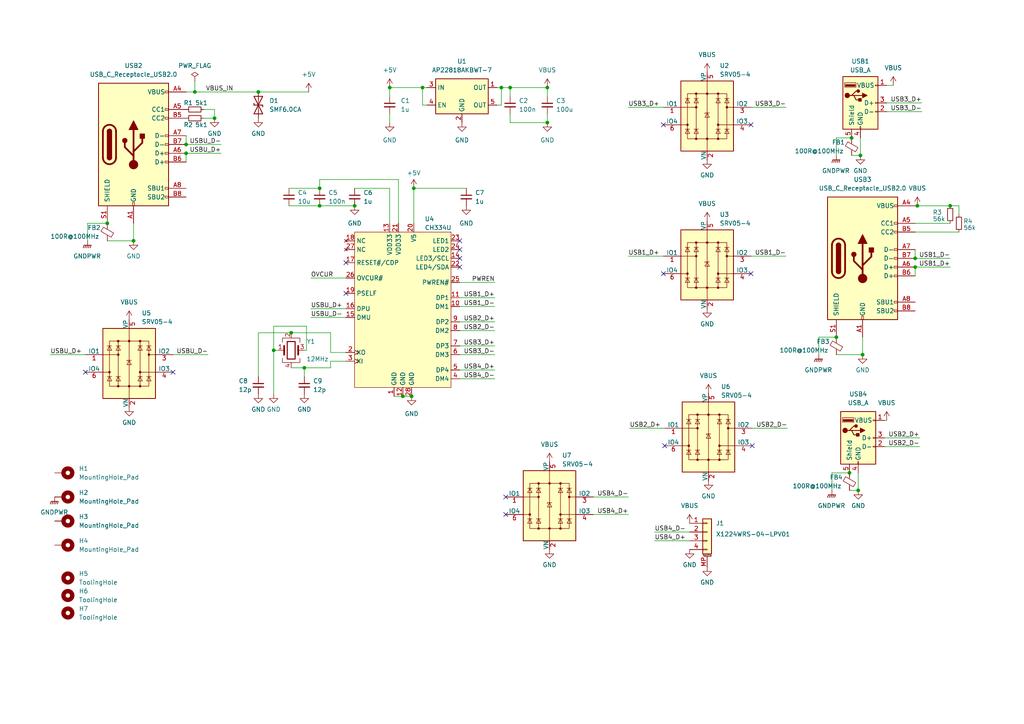
<source format=kicad_sch>
(kicad_sch (version 20230121) (generator eeschema)
  (paper "A4")
  (lib_symbols
    (symbol "Connector:USB_A" (pin_names (offset 1.016))
      (property "Reference" "J" (at -5.08 11.43 0))
      (property "Value" "USB_A" (at -5.08 8.89 0))
      (symbol "USB_A_0_1"
        (rectangle (start -5.08 -7.62) (end 5.08 7.62) (stroke (width 0.254)) (fill (type background)))
        (circle (center -3.81 2.159) (radius 0.635) (stroke (width 0.254)) (fill (type outline)))
        (rectangle (start -1.524 4.826) (end -4.318 5.334) (fill (type outline)))
        (rectangle (start -1.27 4.572) (end -4.572 5.842))
        (circle (center -0.635 3.429) (radius 0.381) (stroke (width 0.254)) (fill (type outline)))
        (rectangle (start -0.127 -7.62) (end 0.127 -6.858))
        (polyline (pts (xy -3.175 2.159) (xy -2.54 2.159) (xy -1.27 3.429) (xy -0.635 3.429)) (stroke (width 0.254)))
        (polyline (pts (xy -2.54 2.159) (xy -1.905 2.159) (xy -1.27 0.889) (xy 0 0.889)) (stroke (width 0.254)))
        (polyline (pts (xy 0.635 2.794) (xy 0.635 1.524) (xy 1.905 2.159) (xy 0.635 2.794)) (stroke (width 0.254)) (fill (type outline)))
        (rectangle (start 0.254 1.27) (end -0.508 0.508) (stroke (width 0.254)) (fill (type outline)))
        (rectangle (start 5.08 -2.667) (end 4.318 -2.413))
        (rectangle (start 5.08 -0.127) (end 4.318 0.127))
        (rectangle (start 5.08 4.953) (end 4.318 5.207))
      )
      (symbol "USB_A_1_1"
        (polyline (pts (xy -1.905 2.159) (xy 0.635 2.159)) (stroke (width 0.254)))
        (pin power_in line (at 7.62 5.08 180) (length 2.54) (name "VBUS") (number "1"))
        (pin bidirectional line (at 7.62 -2.54 180) (length 2.54) (name "D-") (number "2"))
        (pin bidirectional line (at 7.62 0 180) (length 2.54) (name "D+") (number "3"))
        (pin power_in line (at 0 -10.16 90) (length 2.54) (name "GND") (number "4"))
        (pin passive line (at -2.54 -10.16 90) (length 2.54) (name "Shield") (number "5"))
      )
    )
    (symbol "Connector:USB_C_Receptacle_USB2.0" (pin_names (offset 1.016))
      (property "Reference" "USB3" (at 0 22.86 0))
      (property "Value" "USB_C_Receptacle_USB2.0" (at 0 20.32 0))
      (symbol "USB_C_Receptacle_USB2.0_0_0"
        (rectangle (start -0.254 -17.78) (end 0.254 -16.764))
        (rectangle (start 10.16 -14.986) (end 9.144 -15.494))
        (rectangle (start 10.16 -12.446) (end 9.144 -12.954))
        (rectangle (start 10.16 -4.826) (end 9.144 -5.334))
        (rectangle (start 10.16 -2.286) (end 9.144 -2.794))
        (rectangle (start 10.16 0.254) (end 9.144 -0.254))
        (rectangle (start 10.16 2.794) (end 9.144 2.286))
        (rectangle (start 10.16 7.874) (end 9.144 7.366))
        (rectangle (start 10.16 10.414) (end 9.144 9.906))
        (rectangle (start 10.16 15.494) (end 9.144 14.986))
      )
      (symbol "USB_C_Receptacle_USB2.0_0_1"
        (rectangle (start -10.16 17.78) (end 10.16 -17.78) (stroke (width 0.254)) (fill (type background)))
        (arc (start -8.89 -3.81) (mid -6.985 -5.7067) (end -5.08 -3.81) (stroke (width 0.508)))
        (arc (start -7.62 -3.81) (mid -6.985 -4.4423) (end -6.35 -3.81) (stroke (width 0.254)))
        (arc (start -7.62 -3.81) (mid -6.985 -4.4423) (end -6.35 -3.81) (stroke (width 0.254)) (fill (type outline)))
        (rectangle (start -7.62 -3.81) (end -6.35 3.81) (stroke (width 0.254)) (fill (type outline)))
        (arc (start -6.35 3.81) (mid -6.985 4.4423) (end -7.62 3.81) (stroke (width 0.254)))
        (arc (start -6.35 3.81) (mid -6.985 4.4423) (end -7.62 3.81) (stroke (width 0.254)) (fill (type outline)))
        (arc (start -5.08 3.81) (mid -6.985 5.7067) (end -8.89 3.81) (stroke (width 0.508)))
        (circle (center -2.54 1.143) (radius 0.635) (stroke (width 0.254)) (fill (type outline)))
        (circle (center 0 -5.842) (radius 1.27) (fill (type outline)))
        (polyline (pts (xy -8.89 -3.81) (xy -8.89 3.81)) (stroke (width 0.508)))
        (polyline (pts (xy -5.08 3.81) (xy -5.08 -3.81)) (stroke (width 0.508)))
        (polyline (pts (xy 0 -5.842) (xy 0 4.318)) (stroke (width 0.508)))
        (polyline (pts (xy 0 -3.302) (xy -2.54 -0.762) (xy -2.54 0.508)) (stroke (width 0.508)))
        (polyline (pts (xy 0 -2.032) (xy 2.54 0.508) (xy 2.54 1.778)) (stroke (width 0.508)))
        (polyline (pts (xy -1.27 4.318) (xy 0 6.858) (xy 1.27 4.318) (xy -1.27 4.318)) (stroke (width 0.254)) (fill (type outline)))
        (rectangle (start 1.905 1.778) (end 3.175 3.048) (stroke (width 0.254)) (fill (type outline)))
      )
      (symbol "USB_C_Receptacle_USB2.0_1_1"
        (pin passive line (at 0 -22.86 90) (length 5.08) (name "GND") (number "A1"))
        (pin passive line (at 0 -22.86 90) (length 5.08) hide (name "GND") (number "A12"))
        (pin passive line (at 15.24 15.24 180) (length 5.08) (name "VBUS") (number "A4"))
        (pin bidirectional line (at 15.24 10.16 180) (length 5.08) (name "CC1") (number "A5"))
        (pin bidirectional line (at 15.24 -2.54 180) (length 5.08) (name "D+") (number "A6"))
        (pin bidirectional line (at 15.24 2.54 180) (length 5.08) (name "D-") (number "A7"))
        (pin bidirectional line (at 15.24 -12.7 180) (length 5.08) (name "SBU1") (number "A8"))
        (pin passive line (at 15.24 15.24 180) (length 5.08) hide (name "VBUS") (number "A9"))
        (pin passive line (at 0 -22.86 90) (length 5.08) hide (name "GND") (number "B1"))
        (pin passive line (at 0 -22.86 90) (length 5.08) hide (name "GND") (number "B12"))
        (pin passive line (at 15.24 15.24 180) (length 5.08) hide (name "VBUS") (number "B4"))
        (pin bidirectional line (at 15.24 7.62 180) (length 5.08) (name "CC2") (number "B5"))
        (pin bidirectional line (at 15.24 -5.08 180) (length 5.08) (name "D+") (number "B6"))
        (pin bidirectional line (at 15.24 0 180) (length 5.08) (name "D-") (number "B7"))
        (pin bidirectional line (at 15.24 -15.24 180) (length 5.08) (name "SBU2") (number "B8"))
        (pin passive line (at 15.24 15.24 180) (length 5.08) hide (name "VBUS") (number "B9"))
        (pin passive line (at -7.62 -22.86 90) (length 5.08) (name "SHIELD") (number "S1"))
      )
    )
    (symbol "Connector_Generic_MountingPin:Conn_01x04_MountingPin" (pin_names (offset 1.016) hide)
      (property "Reference" "J" (at 0 5.08 0))
      (property "Value" "Conn_01x04_MountingPin" (at 1.27 -7.62 0))
      (symbol "Conn_01x04_MountingPin_1_1"
        (rectangle (start -1.27 -4.953) (end 0 -5.207) (stroke (width 0.1524)))
        (rectangle (start -1.27 -2.413) (end 0 -2.667) (stroke (width 0.1524)))
        (rectangle (start -1.27 0.127) (end 0 -0.127) (stroke (width 0.1524)))
        (rectangle (start -1.27 2.667) (end 0 2.413) (stroke (width 0.1524)))
        (rectangle (start -1.27 3.81) (end 1.27 -6.35) (stroke (width 0.254)) (fill (type background)))
        (polyline (pts (xy -1.016 -7.112) (xy 1.016 -7.112)) (stroke (width 0.1524)))
        (text "Mounting" (at 0 -6.731 0) (effects (font (size 0.381 0.381))))
        (pin passive line (at -5.08 2.54 0) (length 3.81) (name "Pin_1") (number "1"))
        (pin passive line (at -5.08 0 0) (length 3.81) (name "Pin_2") (number "2"))
        (pin passive line (at -5.08 -2.54 0) (length 3.81) (name "Pin_3") (number "3"))
        (pin passive line (at -5.08 -5.08 0) (length 3.81) (name "Pin_4") (number "4"))
        (pin passive line (at 0 -10.16 90) (length 3.048) (name "MountPin") (number "MP"))
      )
    )
    (symbol "Device:C_Small" (pin_numbers hide) (pin_names (offset 0.254) hide)
      (property "Reference" "C" (at 0.254 1.778 0))
      (property "Value" "C_Small" (at 0.254 -2.032 0))
      (symbol "C_Small_0_1"
        (polyline (pts (xy -1.524 -0.508) (xy 1.524 -0.508)) (stroke (width 0.3302)))
        (polyline (pts (xy -1.524 0.508) (xy 1.524 0.508)) (stroke (width 0.3048)))
      )
      (symbol "C_Small_1_1"
        (pin passive line (at 0 2.54 270) (length 2.032) (name "~") (number "1"))
        (pin passive line (at 0 -2.54 90) (length 2.032) (name "~") (number "2"))
      )
    )
    (symbol "Device:Crystal_GND24" (pin_names (offset 1.016) hide)
      (property "Reference" "Y" (at 3.175 5.08 0))
      (property "Value" "Crystal_GND24" (at 3.175 3.175 0))
      (symbol "Crystal_GND24_0_1"
        (rectangle (start -1.143 2.54) (end 1.143 -2.54) (stroke (width 0.3048)))
        (polyline (pts (xy -2.54 0) (xy -2.032 0)))
        (polyline (pts (xy -2.032 -1.27) (xy -2.032 1.27)) (stroke (width 0.508)))
        (polyline (pts (xy 0 -3.81) (xy 0 -3.556)))
        (polyline (pts (xy 0 3.556) (xy 0 3.81)))
        (polyline (pts (xy 2.032 -1.27) (xy 2.032 1.27)) (stroke (width 0.508)))
        (polyline (pts (xy 2.032 0) (xy 2.54 0)))
        (polyline (pts (xy -2.54 -2.286) (xy -2.54 -3.556) (xy 2.54 -3.556) (xy 2.54 -2.286)))
        (polyline (pts (xy -2.54 2.286) (xy -2.54 3.556) (xy 2.54 3.556) (xy 2.54 2.286)))
      )
      (symbol "Crystal_GND24_1_1"
        (pin passive line (at -3.81 0 0) (length 1.27) (name "1") (number "1"))
        (pin passive line (at 0 5.08 270) (length 1.27) (name "2") (number "2"))
        (pin passive line (at 3.81 0 180) (length 1.27) (name "3") (number "3"))
        (pin passive line (at 0 -5.08 90) (length 1.27) (name "4") (number "4"))
      )
    )
    (symbol "Device:D_TVS" (pin_numbers hide) (pin_names (offset 1.016) hide)
      (property "Reference" "D" (at 0 2.54 0))
      (property "Value" "D_TVS" (at 0 -2.54 0))
      (symbol "D_TVS_0_1"
        (polyline (pts (xy 1.27 0) (xy -1.27 0)))
        (polyline (pts (xy 0.508 1.27) (xy 0 1.27) (xy 0 -1.27) (xy -0.508 -1.27)) (stroke (width 0.254)))
        (polyline (pts (xy -2.54 1.27) (xy -2.54 -1.27) (xy 2.54 1.27) (xy 2.54 -1.27) (xy -2.54 1.27)) (stroke (width 0.254)))
      )
      (symbol "D_TVS_1_1"
        (pin passive line (at -3.81 0 0) (length 2.54) (name "A1") (number "1"))
        (pin passive line (at 3.81 0 180) (length 2.54) (name "A2") (number "2"))
      )
    )
    (symbol "Device:FerriteBead_Small" (pin_numbers hide) (pin_names (offset 0))
      (property "Reference" "FB" (at 1.905 1.27 0))
      (property "Value" "FerriteBead_Small" (at 1.905 -1.27 0))
      (symbol "FerriteBead_Small_0_1"
        (polyline (pts (xy 0 -1.27) (xy 0 -0.7874)))
        (polyline (pts (xy 0 0.889) (xy 0 1.2954)))
        (polyline (pts (xy -1.8288 0.2794) (xy -1.1176 1.4986) (xy 1.8288 -0.2032) (xy 1.1176 -1.4224) (xy -1.8288 0.2794)))
      )
      (symbol "FerriteBead_Small_1_1"
        (pin passive line (at 0 2.54 270) (length 1.27) (name "~") (number "1"))
        (pin passive line (at 0 -2.54 90) (length 1.27) (name "~") (number "2"))
      )
    )
    (symbol "Device:R_Small" (pin_numbers hide) (pin_names (offset 0.254) hide)
      (property "Reference" "R" (at 0.762 0.508 0))
      (property "Value" "R_Small" (at 0.762 -1.016 0))
      (symbol "R_Small_0_1"
        (rectangle (start -0.762 1.778) (end 0.762 -1.778) (stroke (width 0.2032)))
      )
      (symbol "R_Small_1_1"
        (pin passive line (at 0 2.54 270) (length 0.762) (name "~") (number "1"))
        (pin passive line (at 0 -2.54 90) (length 0.762) (name "~") (number "2"))
      )
    )
    (symbol "Mechanical:MountingHole" (pin_names (offset 1.016))
      (property "Reference" "H" (at 0 5.08 0))
      (property "Value" "MountingHole" (at 0 3.175 0))
      (symbol "MountingHole_0_1"
        (circle (center 0 0) (radius 1.27) (stroke (width 1.27)))
      )
    )
    (symbol "Mechanical:MountingHole_Pad" (pin_numbers hide) (pin_names (offset 1.016) hide)
      (property "Reference" "H" (at 0 6.35 0))
      (property "Value" "MountingHole_Pad" (at 0 4.445 0))
      (symbol "MountingHole_Pad_0_1"
        (circle (center 0 1.27) (radius 1.27) (stroke (width 1.27)))
      )
      (symbol "MountingHole_Pad_1_1"
        (pin input line (at 0 -2.54 90) (length 2.54) (name "1") (number "1"))
      )
    )
    (symbol "MoonBoard:CH334U"
      (property "Reference" "U" (at 6.985 -21.59 0))
      (property "Value" "CH334U" (at 10.16 -24.13 0))
      (symbol "CH334U_1_1"
        (rectangle (start -13.97 24.765) (end 13.97 -20.32) (fill (type background)))
        (pin passive line (at -2.54 -22.86 90) (length 2.54) (name "GND") (number "1"))
        (pin bidirectional line (at 16.51 3.175 180) (length 2.54) (name "DM1") (number "10"))
        (pin bidirectional line (at 16.51 5.715 180) (length 2.54) (name "DP1") (number "11"))
        (pin passive line (at 0 -22.86 90) (length 2.54) (name "GND") (number "12"))
        (pin power_in line (at -3.81 27.305 270) (length 2.54) (name "VDD33") (number "13"))
        (pin bidirectional line (at 16.51 17.145 180) (length 2.54) (name "LED3/SCL") (number "14"))
        (pin bidirectional line (at -16.51 0 0) (length 2.54) (name "DMU") (number "15"))
        (pin bidirectional line (at -16.51 2.54 0) (length 2.54) (name "DPU") (number "16"))
        (pin input line (at -16.51 15.875 0) (length 2.54) (name "RESET#/CDP") (number "17"))
        (pin no_connect line (at -16.51 22.225 0) (length 2.54) (name "NC") (number "18"))
        (pin input line (at -16.51 6.985 0) (length 2.54) (name "PSELF") (number "19"))
        (pin output clock (at -16.51 -10.16 0) (length 2.54) (name "XO") (number "2"))
        (pin power_in line (at 3.175 27.305 270) (length 2.54) (name "V5") (number "20"))
        (pin power_in line (at -1.27 27.305 270) (length 2.54) (name "VDD33") (number "21"))
        (pin bidirectional line (at 16.51 14.605 180) (length 2.54) (name "LED4/SDA") (number "22"))
        (pin bidirectional line (at 16.51 22.225 180) (length 2.54) (name "LED1") (number "23"))
        (pin bidirectional line (at 16.51 19.685 180) (length 2.54) (name "LED2") (number "24"))
        (pin output line (at 16.51 10.16 180) (length 2.54) (name "PWREN#") (number "25"))
        (pin input line (at -16.51 11.43 0) (length 2.54) (name "OVCUR#") (number "26"))
        (pin no_connect line (at -16.51 19.685 0) (length 2.54) (name "NC") (number "27"))
        (pin passive line (at 2.54 -22.86 90) (length 2.54) (name "GND") (number "28"))
        (pin input clock (at -16.51 -12.7 0) (length 2.54) (name "XI") (number "3"))
        (pin bidirectional line (at 16.51 -17.78 180) (length 2.54) (name "DM4") (number "4"))
        (pin bidirectional line (at 16.51 -15.24 180) (length 2.54) (name "DP4") (number "5"))
        (pin bidirectional line (at 16.51 -10.795 180) (length 2.54) (name "DM3") (number "6"))
        (pin bidirectional line (at 16.51 -8.255 180) (length 2.54) (name "DP3") (number "7"))
        (pin bidirectional line (at 16.51 -3.81 180) (length 2.54) (name "DM2") (number "8"))
        (pin bidirectional line (at 16.51 -1.27 180) (length 2.54) (name "DP2") (number "9"))
      )
    )
    (symbol "PCM_marbastlib-various:SRV05-4" (pin_names (offset 0))
      (property "Reference" "U" (at -5.08 11.43 0))
      (property "Value" "SRV05-4" (at 2.54 11.43 0))
      (symbol "SRV05-4_0_0"
        (rectangle (start -5.715 6.477) (end 5.715 -6.604))
        (polyline (pts (xy -3.175 -6.604) (xy -3.175 6.477)))
        (polyline (pts (xy 3.175 6.477) (xy 3.175 -6.604)))
      )
      (symbol "SRV05-4_0_1"
        (rectangle (start -7.62 10.16) (end 7.62 -10.16) (stroke (width 0.254)) (fill (type background)))
        (circle (center -5.715 -2.54) (radius 0.2794) (fill (type outline)))
        (circle (center -3.175 -6.604) (radius 0.2794) (fill (type outline)))
        (circle (center -3.175 2.54) (radius 0.2794) (fill (type outline)))
        (circle (center -3.175 6.477) (radius 0.2794) (fill (type outline)))
        (circle (center 0 -6.604) (radius 0.2794) (fill (type outline)))
        (polyline (pts (xy -7.747 2.54) (xy -3.175 2.54)))
        (polyline (pts (xy -7.62 -2.54) (xy -5.715 -2.54)))
        (polyline (pts (xy -5.08 -3.81) (xy -6.35 -3.81)))
        (polyline (pts (xy -5.08 5.08) (xy -6.35 5.08)))
        (polyline (pts (xy -2.54 -3.81) (xy -3.81 -3.81)))
        (polyline (pts (xy -2.54 5.08) (xy -3.81 5.08)))
        (polyline (pts (xy 0 10.16) (xy 0 -10.16)))
        (polyline (pts (xy 3.81 -3.81) (xy 2.54 -3.81)))
        (polyline (pts (xy 3.81 5.08) (xy 2.54 5.08)))
        (polyline (pts (xy 6.35 -3.81) (xy 5.08 -3.81)))
        (polyline (pts (xy 6.35 5.08) (xy 5.08 5.08)))
        (polyline (pts (xy 7.62 -2.54) (xy 3.175 -2.54)))
        (polyline (pts (xy 7.62 2.54) (xy 5.715 2.54)))
        (polyline (pts (xy 0.635 0.889) (xy -0.635 0.889) (xy -0.635 0.635)))
        (polyline (pts (xy -5.08 -5.08) (xy -6.35 -5.08) (xy -5.715 -3.81) (xy -5.08 -5.08)))
        (polyline (pts (xy -5.08 3.81) (xy -6.35 3.81) (xy -5.715 5.08) (xy -5.08 3.81)))
        (polyline (pts (xy -2.54 -5.08) (xy -3.81 -5.08) (xy -3.175 -3.81) (xy -2.54 -5.08)))
        (polyline (pts (xy -2.54 3.81) (xy -3.81 3.81) (xy -3.175 5.08) (xy -2.54 3.81)))
        (polyline (pts (xy 0.635 -0.381) (xy -0.635 -0.381) (xy 0 0.889) (xy 0.635 -0.381)))
        (polyline (pts (xy 3.81 -5.08) (xy 2.54 -5.08) (xy 3.175 -3.81) (xy 3.81 -5.08)))
        (polyline (pts (xy 3.81 3.81) (xy 2.54 3.81) (xy 3.175 5.08) (xy 3.81 3.81)))
        (polyline (pts (xy 6.35 -5.08) (xy 5.08 -5.08) (xy 5.715 -3.81) (xy 6.35 -5.08)))
        (polyline (pts (xy 6.35 3.81) (xy 5.08 3.81) (xy 5.715 5.08) (xy 6.35 3.81)))
        (circle (center 0 6.477) (radius 0.2794) (fill (type outline)))
        (circle (center 3.175 -6.604) (radius 0.2794) (fill (type outline)))
        (circle (center 3.175 -2.54) (radius 0.2794) (fill (type outline)))
        (circle (center 3.175 6.477) (radius 0.2794) (fill (type outline)))
        (circle (center 5.715 2.54) (radius 0.2794) (fill (type outline)))
      )
      (symbol "SRV05-4_1_1"
        (pin passive line (at -12.7 2.54 0) (length 5.08) (name "IO1") (number "1"))
        (pin passive line (at 0 -12.7 90) (length 2.54) (name "VN") (number "2"))
        (pin passive line (at 12.7 2.54 180) (length 5.08) (name "IO2") (number "3"))
        (pin passive line (at 12.7 -2.54 180) (length 5.08) (name "IO3") (number "4"))
        (pin passive line (at 0 12.7 270) (length 2.54) (name "VP") (number "5"))
        (pin passive line (at -12.7 -2.54 0) (length 5.08) (name "IO4") (number "6"))
      )
    )
    (symbol "Power_Management:AP22814AW5"
      (property "Reference" "U11" (at 0 10.16 0))
      (property "Value" "AP22818AKBWT-7" (at 0 7.62 0))
      (symbol "AP22814AW5_0_1"
        (rectangle (start -7.62 5.08) (end 7.62 -5.08) (stroke (width 0.254)) (fill (type background)))
      )
      (symbol "AP22814AW5_1_1"
        (pin power_out line (at 10.16 2.54 180) (length 2.54) (name "OUT") (number "1"))
        (pin power_in line (at 0 -7.62 90) (length 2.54) (name "GND") (number "2"))
        (pin power_in line (at -10.16 2.54 0) (length 2.54) (name "IN") (number "3"))
        (pin input line (at -10.16 -2.54 0) (length 2.54) (name "EN") (number "4"))
        (pin power_out line (at 10.16 -2.54 180) (length 2.54) (name "OUT") (number "5"))
      )
    )
    (symbol "USB_C_Receptacle_USB2.0_1" (pin_names (offset 1.016))
      (property "Reference" "USB1" (at 0 22.86 0))
      (property "Value" "USB_C_Receptacle_USB2.0" (at 0 20.32 0))
      (symbol "USB_C_Receptacle_USB2.0_1_0_0"
        (rectangle (start -0.254 -17.78) (end 0.254 -16.764))
        (rectangle (start 10.16 -14.986) (end 9.144 -15.494))
        (rectangle (start 10.16 -12.446) (end 9.144 -12.954))
        (rectangle (start 10.16 -4.826) (end 9.144 -5.334))
        (rectangle (start 10.16 -2.286) (end 9.144 -2.794))
        (rectangle (start 10.16 0.254) (end 9.144 -0.254))
        (rectangle (start 10.16 2.794) (end 9.144 2.286))
        (rectangle (start 10.16 7.874) (end 9.144 7.366))
        (rectangle (start 10.16 10.414) (end 9.144 9.906))
        (rectangle (start 10.16 15.494) (end 9.144 14.986))
      )
      (symbol "USB_C_Receptacle_USB2.0_1_0_1"
        (rectangle (start -10.16 17.78) (end 10.16 -17.78) (stroke (width 0.254)) (fill (type background)))
        (arc (start -8.89 -3.81) (mid -6.985 -5.7067) (end -5.08 -3.81) (stroke (width 0.508)))
        (arc (start -7.62 -3.81) (mid -6.985 -4.4423) (end -6.35 -3.81) (stroke (width 0.254)))
        (arc (start -7.62 -3.81) (mid -6.985 -4.4423) (end -6.35 -3.81) (stroke (width 0.254)) (fill (type outline)))
        (rectangle (start -7.62 -3.81) (end -6.35 3.81) (stroke (width 0.254)) (fill (type outline)))
        (arc (start -6.35 3.81) (mid -6.985 4.4423) (end -7.62 3.81) (stroke (width 0.254)))
        (arc (start -6.35 3.81) (mid -6.985 4.4423) (end -7.62 3.81) (stroke (width 0.254)) (fill (type outline)))
        (arc (start -5.08 3.81) (mid -6.985 5.7067) (end -8.89 3.81) (stroke (width 0.508)))
        (circle (center -2.54 1.143) (radius 0.635) (stroke (width 0.254)) (fill (type outline)))
        (circle (center 0 -5.842) (radius 1.27) (fill (type outline)))
        (polyline (pts (xy -8.89 -3.81) (xy -8.89 3.81)) (stroke (width 0.508)))
        (polyline (pts (xy -5.08 3.81) (xy -5.08 -3.81)) (stroke (width 0.508)))
        (polyline (pts (xy 0 -5.842) (xy 0 4.318)) (stroke (width 0.508)))
        (polyline (pts (xy 0 -3.302) (xy -2.54 -0.762) (xy -2.54 0.508)) (stroke (width 0.508)))
        (polyline (pts (xy 0 -2.032) (xy 2.54 0.508) (xy 2.54 1.778)) (stroke (width 0.508)))
        (polyline (pts (xy -1.27 4.318) (xy 0 6.858) (xy 1.27 4.318) (xy -1.27 4.318)) (stroke (width 0.254)) (fill (type outline)))
        (rectangle (start 1.905 1.778) (end 3.175 3.048) (stroke (width 0.254)) (fill (type outline)))
      )
      (symbol "USB_C_Receptacle_USB2.0_1_1_1"
        (pin passive line (at 0 -22.86 90) (length 5.08) (name "GND") (number "A1"))
        (pin passive line (at 0 -22.86 90) (length 5.08) hide (name "GND") (number "A12"))
        (pin passive line (at 15.24 15.24 180) (length 5.08) (name "VBUS") (number "A4"))
        (pin bidirectional line (at 15.24 10.16 180) (length 5.08) (name "CC1") (number "A5"))
        (pin bidirectional line (at 15.24 -2.54 180) (length 5.08) (name "D+") (number "A6"))
        (pin bidirectional line (at 15.24 2.54 180) (length 5.08) (name "D-") (number "A7"))
        (pin bidirectional line (at 15.24 -12.7 180) (length 5.08) (name "SBU1") (number "A8"))
        (pin passive line (at 15.24 15.24 180) (length 5.08) hide (name "VBUS") (number "A9"))
        (pin passive line (at 0 -22.86 90) (length 5.08) hide (name "GND") (number "B1"))
        (pin passive line (at 0 -22.86 90) (length 5.08) hide (name "GND") (number "B12"))
        (pin passive line (at 15.24 15.24 180) (length 5.08) hide (name "VBUS") (number "B4"))
        (pin bidirectional line (at 15.24 7.62 180) (length 5.08) (name "CC2") (number "B5"))
        (pin bidirectional line (at 15.24 -5.08 180) (length 5.08) (name "D+") (number "B6"))
        (pin bidirectional line (at 15.24 0 180) (length 5.08) (name "D-") (number "B7"))
        (pin bidirectional line (at 15.24 -15.24 180) (length 5.08) (name "SBU2") (number "B8"))
        (pin passive line (at 15.24 15.24 180) (length 5.08) hide (name "VBUS") (number "B9"))
        (pin passive line (at -7.62 -22.86 90) (length 5.08) (name "SHIELD") (number "S1"))
      )
    )
    (symbol "power:+5V" (power) (pin_names (offset 0))
      (property "Value" "+5V" (at 0 3.556 0))
      (symbol "+5V_0_1"
        (polyline (pts (xy -0.762 1.27) (xy 0 2.54)))
        (polyline (pts (xy 0 0) (xy 0 2.54)))
        (polyline (pts (xy 0 2.54) (xy 0.762 1.27)))
      )
      (symbol "+5V_1_1"
        (pin power_in line (at 0 0 90) (length 0) hide (name "+5V") (number "1"))
      )
    )
    (symbol "power:GND" (power) (pin_names (offset 0))
      (property "Value" "GND" (at 0 -3.81 0))
      (symbol "GND_0_1"
        (polyline (pts (xy 0 0) (xy 0 -1.27) (xy 1.27 -1.27) (xy 0 -2.54) (xy -1.27 -1.27) (xy 0 -1.27)))
      )
      (symbol "GND_1_1"
        (pin power_in line (at 0 0 270) (length 0) hide (name "GND") (number "1"))
      )
    )
    (symbol "power:GNDPWR" (power) (pin_names (offset 0))
      (property "Value" "GNDPWR" (at 0 -3.302 0))
      (symbol "GNDPWR_0_1"
        (polyline (pts (xy 0 -1.27) (xy 0 0)))
        (polyline (pts (xy -1.016 -1.27) (xy -1.27 -2.032) (xy -1.27 -2.032)) (stroke (width 0.2032)))
        (polyline (pts (xy -0.508 -1.27) (xy -0.762 -2.032) (xy -0.762 -2.032)) (stroke (width 0.2032)))
        (polyline (pts (xy 0 -1.27) (xy -0.254 -2.032) (xy -0.254 -2.032)) (stroke (width 0.2032)))
        (polyline (pts (xy 0.508 -1.27) (xy 0.254 -2.032) (xy 0.254 -2.032)) (stroke (width 0.2032)))
        (polyline (pts (xy 1.016 -1.27) (xy -1.016 -1.27) (xy -1.016 -1.27)) (stroke (width 0.2032)))
        (polyline (pts (xy 1.016 -1.27) (xy 0.762 -2.032) (xy 0.762 -2.032) (xy 0.762 -2.032)) (stroke (width 0.2032)))
      )
      (symbol "GNDPWR_1_1"
        (pin power_in line (at 0 0 270) (length 0) hide (name "GNDPWR") (number "1"))
      )
    )
    (symbol "power:PWR_FLAG" (power) (pin_numbers hide) (pin_names (offset 0) hide)
      (property "Value" "PWR_FLAG" (at 0 3.81 0))
      (symbol "PWR_FLAG_0_0"
        (pin power_out line (at 0 0 90) (length 0) (name "pwr") (number "1"))
      )
      (symbol "PWR_FLAG_0_1"
        (polyline (pts (xy 0 0) (xy 0 1.27) (xy -1.016 1.905) (xy 0 2.54) (xy 1.016 1.905) (xy 0 1.27)))
      )
    )
    (symbol "power:VBUS" (power) (pin_names (offset 0))
      (property "Value" "VBUS" (at 0 3.81 0))
      (symbol "VBUS_0_1"
        (polyline (pts (xy -0.762 1.27) (xy 0 2.54)))
        (polyline (pts (xy 0 0) (xy 0 2.54)))
        (polyline (pts (xy 0 2.54) (xy 0.762 1.27)))
      )
      (symbol "VBUS_1_1"
        (pin power_in line (at 0 0 90) (length 0) hide (name "VBUS") (number "1"))
      )
    )
  )
  (junction (at 53.975 41.91))
  (junction (at 265.43 74.93))
  (junction (at 246.38 137.16))
  (junction (at 242.57 97.79))
  (junction (at 79.375 101.6))
  (junction (at 92.71 54.61))
  (junction (at 92.71 59.69))
  (junction (at 38.735 69.85))
  (junction (at 84.455 96.52))
  (junction (at 56.515 26.67))
  (junction (at 266.065 59.69))
  (junction (at 265.43 77.47))
  (junction (at 74.93 26.67))
  (junction (at 248.92 142.24))
  (junction (at 120.015 54.61))
  (junction (at 31.115 64.77))
  (junction (at 122.555 25.4))
  (junction (at 145.415 25.4))
  (junction (at 116.84 114.935))
  (junction (at 119.38 114.935))
  (junction (at 247.015 40.005))
  (junction (at 249.555 45.085))
  (junction (at 275.59 59.69))
  (junction (at 250.19 102.87))
  (junction (at 113.03 25.4))
  (junction (at 62.23 34.29))
  (junction (at 102.87 59.69))
  (junction (at 158.75 35.56))
  (junction (at 158.75 25.4))
  (junction (at 147.955 25.4))
  (junction (at 53.975 44.45))
  (junction (at 88.265 106.68))
  (no_connect (at 192.405 36.195))
  (no_connect (at 133.35 72.39))
  (no_connect (at 133.35 77.47))
  (no_connect (at 50.165 107.95))
  (no_connect (at 100.33 76.2))
  (no_connect (at 217.805 79.375))
  (no_connect (at 192.786 129.286))
  (no_connect (at 133.35 69.85))
  (no_connect (at 24.765 107.95))
  (no_connect (at 192.405 79.375))
  (no_connect (at 146.685 144.145))
  (no_connect (at 100.33 85.09))
  (no_connect (at 217.805 36.195))
  (no_connect (at 218.186 129.286))
  (no_connect (at 146.685 149.225))
  (no_connect (at 133.35 74.93))
  (wire (pts (xy 275.59 77.47) (xy 265.43 77.47)))
  (wire (pts (xy 147.955 27.94) (xy 147.955 25.4)))
  (wire (pts (xy 182.245 149.225) (xy 172.085 149.225)))
  (wire (pts (xy 116.84 114.935) (xy 119.38 114.935)))
  (wire (pts (xy 100.33 104.775) (xy 95.885 104.775)))
  (wire (pts (xy 64.135 41.91) (xy 53.975 41.91)))
  (wire (pts (xy 74.93 96.52) (xy 74.93 109.22)))
  (wire (pts (xy 145.415 25.4) (xy 144.145 25.4)))
  (wire (pts (xy 120.015 54.61) (xy 135.255 54.61)))
  (wire (pts (xy 113.03 25.4) (xy 122.555 25.4)))
  (wire (pts (xy 143.51 107.315) (xy 133.35 107.315)))
  (wire (pts (xy 92.71 52.07) (xy 92.71 54.61)))
  (wire (pts (xy 60.325 102.87) (xy 50.165 102.87)))
  (wire (pts (xy 145.415 30.48) (xy 144.145 30.48)))
  (wire (pts (xy 182.626 124.206) (xy 192.786 124.206)))
  (wire (pts (xy 74.93 26.67) (xy 89.535 26.67)))
  (wire (pts (xy 114.3 114.935) (xy 116.84 114.935)))
  (wire (pts (xy 56.515 26.67) (xy 74.93 26.67)))
  (wire (pts (xy 147.955 33.02) (xy 147.955 35.56)))
  (wire (pts (xy 250.19 102.87) (xy 250.19 97.79)))
  (wire (pts (xy 247.015 45.085) (xy 249.555 45.085)))
  (wire (pts (xy 189.865 154.305) (xy 200.025 154.305)))
  (wire (pts (xy 56.515 23.495) (xy 56.515 26.67)))
  (wire (pts (xy 158.75 33.02) (xy 158.75 35.56)))
  (wire (pts (xy 84.455 96.52) (xy 95.885 96.52)))
  (wire (pts (xy 257.175 121.92) (xy 256.54 121.92)))
  (wire (pts (xy 259.08 24.765) (xy 257.175 24.765)))
  (wire (pts (xy 265.43 77.47) (xy 265.43 80.01)))
  (wire (pts (xy 237.49 102.87) (xy 237.49 97.79)))
  (wire (pts (xy 122.555 30.48) (xy 123.825 30.48)))
  (wire (pts (xy 147.955 35.56) (xy 158.75 35.56)))
  (wire (pts (xy 182.245 31.115) (xy 192.405 31.115)))
  (wire (pts (xy 83.82 59.69) (xy 92.71 59.69)))
  (wire (pts (xy 143.51 81.915) (xy 133.35 81.915)))
  (wire (pts (xy 59.055 31.75) (xy 62.23 31.75)))
  (wire (pts (xy 95.885 104.775) (xy 95.885 106.68)))
  (wire (pts (xy 143.51 100.33) (xy 133.35 100.33)))
  (wire (pts (xy 115.57 64.77) (xy 115.57 52.07)))
  (wire (pts (xy 53.975 26.67) (xy 56.515 26.67)))
  (wire (pts (xy 88.9 101.6) (xy 88.265 101.6)))
  (wire (pts (xy 182.245 144.145) (xy 172.085 144.145)))
  (wire (pts (xy 266.7 127) (xy 256.54 127)))
  (wire (pts (xy 227.965 31.115) (xy 217.805 31.115)))
  (wire (pts (xy 228.346 124.206) (xy 218.186 124.206)))
  (wire (pts (xy 267.335 32.385) (xy 257.175 32.385)))
  (wire (pts (xy 249.555 45.085) (xy 249.555 40.005)))
  (wire (pts (xy 90.17 89.535) (xy 100.33 89.535)))
  (wire (pts (xy 265.43 72.39) (xy 265.43 74.93)))
  (wire (pts (xy 115.57 52.07) (xy 92.71 52.07)))
  (wire (pts (xy 241.3 137.16) (xy 246.38 137.16)))
  (wire (pts (xy 79.375 101.6) (xy 79.375 114.3)))
  (wire (pts (xy 102.87 54.61) (xy 113.03 54.61)))
  (wire (pts (xy 90.17 92.075) (xy 100.33 92.075)))
  (wire (pts (xy 227.965 74.295) (xy 217.805 74.295)))
  (wire (pts (xy 278.13 59.69) (xy 278.13 62.23)))
  (wire (pts (xy 145.415 25.4) (xy 147.955 25.4)))
  (wire (pts (xy 265.43 67.31) (xy 278.13 67.31)))
  (wire (pts (xy 182.245 74.295) (xy 192.405 74.295)))
  (wire (pts (xy 25.4 69.85) (xy 25.4 64.77)))
  (wire (pts (xy 79.375 94.615) (xy 88.9 94.615)))
  (wire (pts (xy 88.265 106.68) (xy 88.265 109.22)))
  (wire (pts (xy 265.43 64.77) (xy 275.59 64.77)))
  (wire (pts (xy 92.71 59.69) (xy 102.87 59.69)))
  (wire (pts (xy 62.23 31.75) (xy 62.23 34.29)))
  (wire (pts (xy 14.605 102.87) (xy 24.765 102.87)))
  (wire (pts (xy 88.265 106.68) (xy 84.455 106.68)))
  (wire (pts (xy 248.92 142.24) (xy 248.92 137.16)))
  (wire (pts (xy 79.375 101.6) (xy 80.645 101.6)))
  (wire (pts (xy 147.955 25.4) (xy 158.75 25.4)))
  (wire (pts (xy 64.135 44.45) (xy 53.975 44.45)))
  (wire (pts (xy 246.38 142.24) (xy 248.92 142.24)))
  (wire (pts (xy 143.51 95.885) (xy 133.35 95.885)))
  (wire (pts (xy 143.51 109.855) (xy 133.35 109.855)))
  (wire (pts (xy 267.335 29.845) (xy 257.175 29.845)))
  (wire (pts (xy 122.555 25.4) (xy 122.555 30.48)))
  (wire (pts (xy 266.7 129.54) (xy 256.54 129.54)))
  (wire (pts (xy 95.885 102.235) (xy 95.885 96.52)))
  (wire (pts (xy 53.975 39.37) (xy 53.975 41.91)))
  (wire (pts (xy 266.065 59.69) (xy 265.43 59.69)))
  (wire (pts (xy 242.57 102.87) (xy 250.19 102.87)))
  (wire (pts (xy 122.555 25.4) (xy 123.825 25.4)))
  (wire (pts (xy 83.82 54.61) (xy 92.71 54.61)))
  (wire (pts (xy 120.015 54.61) (xy 120.015 64.77)))
  (wire (pts (xy 242.57 45.085) (xy 242.57 40.005)))
  (wire (pts (xy 237.49 97.79) (xy 242.57 97.79)))
  (wire (pts (xy 143.51 88.9) (xy 133.35 88.9)))
  (wire (pts (xy 242.57 40.005) (xy 247.015 40.005)))
  (wire (pts (xy 53.975 44.45) (xy 53.975 46.99)))
  (wire (pts (xy 113.03 64.77) (xy 113.03 54.61)))
  (wire (pts (xy 241.3 142.24) (xy 241.3 137.16)))
  (wire (pts (xy 158.75 27.94) (xy 158.75 25.4)))
  (wire (pts (xy 189.865 156.845) (xy 200.025 156.845)))
  (wire (pts (xy 266.065 59.69) (xy 275.59 59.69)))
  (wire (pts (xy 79.375 94.615) (xy 79.375 101.6)))
  (wire (pts (xy 25.4 64.77) (xy 31.115 64.77)))
  (wire (pts (xy 143.51 93.345) (xy 133.35 93.345)))
  (wire (pts (xy 95.885 106.68) (xy 88.265 106.68)))
  (wire (pts (xy 90.17 80.645) (xy 100.33 80.645)))
  (wire (pts (xy 113.03 35.56) (xy 113.03 33.02)))
  (wire (pts (xy 74.93 96.52) (xy 84.455 96.52)))
  (wire (pts (xy 100.33 102.235) (xy 95.885 102.235)))
  (wire (pts (xy 145.415 25.4) (xy 145.415 30.48)))
  (wire (pts (xy 275.59 74.93) (xy 265.43 74.93)))
  (wire (pts (xy 113.03 27.94) (xy 113.03 25.4)))
  (wire (pts (xy 143.51 102.87) (xy 133.35 102.87)))
  (wire (pts (xy 31.115 69.85) (xy 38.735 69.85)))
  (wire (pts (xy 143.51 86.36) (xy 133.35 86.36)))
  (wire (pts (xy 275.59 59.69) (xy 278.13 59.69)))
  (wire (pts (xy 62.23 34.29) (xy 59.055 34.29)))
  (wire (pts (xy 38.735 64.77) (xy 38.735 69.85)))
  (wire (pts (xy 88.9 94.615) (xy 88.9 101.6)))
  (label "USB4_D-" (at 182.245 144.145 180))
  (label "USBU_D-" (at 60.325 102.87 180))
  (label "USB2_D+" (at 143.51 93.345 180))
  (label "USB3_D-" (at 143.51 102.87 180))
  (label "USB3_D+" (at 182.245 31.115 0))
  (label "USBU_D+" (at 64.135 44.45 180))
  (label "USB4_D-" (at 143.51 109.855 180))
  (label "USB2_D+" (at 182.626 124.206 0))
  (label "OVCUR" (at 90.17 80.645 0))
  (label "USB3_D-" (at 227.965 31.115 180))
  (label "USB2_D+" (at 266.7 127 180))
  (label "USB2_D-" (at 143.51 95.885 180))
  (label "VBUS_IN" (at 59.69 26.67 0))
  (label "USB4_D+" (at 182.245 149.225 180))
  (label "USB4_D+" (at 143.51 107.315 180))
  (label "USB2_D-" (at 266.7 129.54 180))
  (label "USB4_D-" (at 189.865 154.305 0))
  (label "USB4_D+" (at 189.865 156.845 0))
  (label "USB2_D-" (at 228.346 124.206 180))
  (label "USB1_D-" (at 275.59 74.93 180))
  (label "PWREN" (at 143.51 81.915 180))
  (label "USBU_D-" (at 64.135 41.91 180))
  (label "USB3_D-" (at 267.335 32.385 180))
  (label "USB3_D+" (at 267.335 29.845 180))
  (label "USB1_D+" (at 143.51 86.36 180))
  (label "USBU_D+" (at 90.17 89.535 0))
  (label "USBU_D-" (at 90.17 92.075 0))
  (label "USB1_D-" (at 143.51 88.9 180))
  (label "USB1_D+" (at 275.59 77.47 180))
  (label "USB1_D+" (at 182.245 74.295 0))
  (label "USB3_D+" (at 143.51 100.33 180))
  (label "USBU_D+" (at 14.605 102.87 0))
  (label "USB1_D-" (at 227.965 74.295 180))
  (symbol (lib_id "power:GNDPWR") (at 15.875 144.145 0) (unit 1)
    (property "Reference" "#PWR036" (effects hide))
    (property "Value" "GNDPWR" (at 15.748 148.59 0))
  )
  (symbol (lib_id "power:GND") (at 248.92 142.24 0) (unit 1)
    (property "Reference" "#PWR035" (effects hide))
    (property "Value" "GND" (at 248.92 146.685 0))
  )
  (symbol (lib_id "power:+5V") (at 89.535 26.67 0) (unit 1)
    (property "Reference" "#PWR05" (effects hide))
    (property "Value" "+5V" (at 89.535 21.59 0))
  )
  (symbol (lib_id "Device:FerriteBead_Small") (at 31.115 67.31 180) (unit 1)
    (property "Reference" "FB2" (at 25.4 66.04 0) (effects (justify right)))
    (property "Value" "100R@100MHz" (at 14.605 68.58 0) (effects (justify right)))
    (property "Footprint" "Inductor_SMD:L_0805_2012Metric" (effects hide))
  )
  (symbol (lib_id "Device:Crystal_GND24") (at 84.455 101.6 0) (unit 1)
    (property "Reference" "Y1" (at 90.17 99.06 0))
    (property "Value" "12MHz" (at 92.075 104.14 0))
    (property "Footprint" "Crystal:Crystal_SMD_3225-4Pin_3.2x2.5mm" (effects hide))
  )
  (symbol (lib_id "Mechanical:MountingHole_Pad") (at 18.415 137.16 270) (unit 1)
    (property "Reference" "H1" (at 22.86 135.89 90) (effects (justify left)))
    (property "Value" "MountingHole_Pad" (at 22.86 138.43 90) (effects (justify left)))
    (property "Footprint" "MoonHub:Generic-Mounthole" (effects hide))
  )
  (symbol (lib_id "power:GND") (at 37.465 118.11 0) (unit 1)
    (property "Reference" "#PWR030" (effects hide))
    (property "Value" "GND" (at 37.465 122.555 0))
  )
  (symbol (lib_id "Device:C_Small") (at 158.75 30.48 0) (unit 1)
    (property "Reference" "C3" (at 161.29 29.2163 0) (effects (justify left)))
    (property "Value" "100u" (at 161.29 31.7563 0) (effects (justify left)))
    (property "Footprint" "Capacitor_SMD:C_1206_3216Metric" (effects hide))
  )
  (symbol (lib_id "Connector:USB_C_Receptacle_USB2.0") (at 250.19 74.93 0) (unit 1)
    (property "Reference" "USB3" (at 250.19 52.07 0))
    (property "Value" "USB_C_Receptacle_USB2.0" (at 250.19 54.61 0))
    (property "Footprint" "MoonHub:HRO-TYPE-C-31-M-12-Assembly" (effects hide))
    (property "Datasheet" "https://www.usb.org/sites/default/files/documents/usb_type-c.zip" (effects hide))
  )
  (symbol (lib_id "Device:C_Small") (at 102.87 57.15 0) (unit 1)
    (property "Reference" "C6" (at 105.41 55.8863 0) (effects (justify left)))
    (property "Value" "1u" (at 105.41 58.4263 0) (effects (justify left)))
    (property "Footprint" "Capacitor_SMD:C_0402_1005Metric" (effects hide))
  )
  (symbol (lib_id "power:VBUS") (at 266.065 59.69 0) (unit 1)
    (property "Reference" "#PWR017" (effects hide))
    (property "Value" "VBUS" (at 266.065 54.61 0))
  )
  (symbol (lib_id "power:+5V") (at 120.015 54.61 0) (unit 1)
    (property "Reference" "#PWR014" (effects hide))
    (property "Value" "+5V" (at 120.015 50.165 0))
  )
  (symbol (lib_id "power:GND") (at 200.025 159.385 0) (unit 1)
    (property "Reference" "#PWR038" (effects hide))
    (property "Value" "GND" (at 200.025 163.83 0))
  )
  (symbol (lib_id "power:VBUS") (at 37.465 92.71 0) (unit 1)
    (property "Reference" "#PWR022" (effects hide))
    (property "Value" "VBUS" (at 37.465 87.63 0))
  )
  (symbol (lib_id "PCM_marbastlib-various:SRV05-4") (at 205.105 76.835 0) (unit 1)
    (property "Reference" "U3" (at 208.7311 62.23 0) (effects (justify left)))
    (property "Value" "SRV05-4" (at 208.7311 64.77 0) (effects (justify left)))
    (property "Footprint" "PCM_marbastlib-various:SOT-23-6-routable" (effects hide))
    (property "Datasheet" "http://www.onsemi.com/pub/Collateral/SRV05-4-D.PDF" (effects hide))
  )
  (symbol (lib_id "power:+5V") (at 113.03 25.4 0) (unit 1)
    (property "Reference" "#PWR04" (effects hide))
    (property "Value" "+5V" (at 113.03 20.32 0))
  )
  (symbol (lib_id "power:PWR_FLAG") (at 56.515 23.495 0) (unit 1)
    (property "Reference" "#FLG01" (effects hide))
    (property "Value" "PWR_FLAG" (at 56.515 19.05 0))
  )
  (symbol (lib_name "USB_C_Receptacle_USB2.0_1") (lib_id "Connector:USB_C_Receptacle_USB2.0") (at 38.735 41.91 0) (unit 1)
    (property "Reference" "USB2" (at 38.735 19.05 0))
    (property "Value" "USB_C_Receptacle_USB2.0" (at 38.735 21.59 0))
    (property "Footprint" "MoonHub:HRO-TYPE-C-31-M-12-Assembly" (effects hide))
    (property "Datasheet" "https://www.usb.org/sites/default/files/documents/usb_type-c.zip" (effects hide))
  )
  (symbol (lib_id "power:GND") (at 119.38 114.935 0) (unit 1)
    (property "Reference" "#PWR029" (effects hide))
    (property "Value" "GND" (at 119.38 120.015 0))
  )
  (symbol (lib_id "Device:C_Small") (at 92.71 57.15 0) (unit 1)
    (property "Reference" "C5" (at 95.25 55.8863 0) (effects (justify left)))
    (property "Value" "100n" (at 95.25 58.4263 0) (effects (justify left)))
    (property "Footprint" "Capacitor_SMD:C_0402_1005Metric" (effects hide))
  )
  (symbol (lib_id "Device:C_Small") (at 147.955 30.48 0) (unit 1)
    (property "Reference" "C2" (at 150.495 29.2163 0) (effects (justify left)))
    (property "Value" "100n" (at 150.495 31.7563 0) (effects (justify left)))
    (property "Footprint" "Capacitor_SMD:C_0402_1005Metric" (effects hide))
  )
  (symbol (lib_id "power:GND") (at 38.735 69.85 0) (unit 1)
    (property "Reference" "#PWR020" (effects hide))
    (property "Value" "GND" (at 38.735 74.295 0))
  )
  (symbol (lib_id "Device:R_Small") (at 278.13 64.77 0) (unit 1)
    (property "Reference" "R4" (at 279.4 64.135 0) (effects (justify left)))
    (property "Value" "56k" (at 279.4 66.04 0) (effects (justify left)))
    (property "Footprint" "Resistor_SMD:R_0402_1005Metric" (effects hide))
  )
  (symbol (lib_id "power:VBUS") (at 200.025 151.765 0) (unit 1)
    (property "Reference" "#PWR037" (effects hide))
    (property "Value" "VBUS" (at 200.025 146.685 0))
  )
  (symbol (lib_id "Device:C_Small") (at 74.93 111.76 0) (unit 1)
    (property "Reference" "C8" (at 69.215 110.49 0) (effects (justify left)))
    (property "Value" "12p" (at 69.215 113.03 0) (effects (justify left)))
    (property "Footprint" "Capacitor_SMD:C_0402_1005Metric" (effects hide))
  )
  (symbol (lib_id "Device:FerriteBead_Small") (at 246.38 139.7 180) (unit 1)
    (property "Reference" "FB4" (at 240.665 138.43 0) (effects (justify right)))
    (property "Value" "100R@100MHz" (at 229.87 140.97 0) (effects (justify right)))
    (property "Footprint" "Inductor_SMD:L_0805_2012Metric" (effects hide))
  )
  (symbol (lib_id "Device:R_Small") (at 56.515 31.75 90) (unit 1)
    (property "Reference" "R1" (at 54.61 29.845 90))
    (property "Value" "5k1" (at 58.42 29.845 90))
    (property "Footprint" "Resistor_SMD:R_0402_1005Metric" (effects hide))
  )
  (symbol (lib_id "Mechanical:MountingHole") (at 19.685 172.72 0) (unit 1)
    (property "Reference" "H6" (at 22.86 171.45 0) (effects (justify left)))
    (property "Value" "ToolingHole" (at 22.86 173.99 0) (effects (justify left)))
    (property "Footprint" "MoonHub:JLC-Tooling-Hole" (effects hide))
  )
  (symbol (lib_id "power:GND") (at 159.385 159.385 0) (unit 1)
    (property "Reference" "#PWR039" (effects hide))
    (property "Value" "GND" (at 159.385 163.83 0))
  )
  (symbol (lib_id "Connector_Generic_MountingPin:Conn_01x04_MountingPin") (at 205.105 154.305 0) (unit 1)
    (property "Reference" "J1" (at 207.645 151.765 0) (effects (justify left)))
    (property "Value" "X1224WRS-04-LPV01" (at 207.645 154.94 0) (effects (justify left)))
    (property "Footprint" "MoonHub:UDB-PicoEZMate-Reinforced-Alt" (effects hide))
    (property "Manufacturer" "XKB Connectivity" (effects hide))
    (property "Manufacturer Part Number" "X1224WRS-04-LPV01" (effects hide))
    (property "LCSC Part Number" "C528030" (effects hide))
  )
  (symbol (lib_id "Device:FerriteBead_Small") (at 247.015 42.545 180) (unit 1)
    (property "Reference" "FB1" (at 241.3 41.275 0) (effects (justify right)))
    (property "Value" "100R@100MHz" (at 230.505 43.815 0) (effects (justify right)))
    (property "Footprint" "Inductor_SMD:L_0805_2012Metric" (effects hide))
  )
  (symbol (lib_id "Device:C_Small") (at 83.82 57.15 0) (unit 1)
    (property "Reference" "C4" (at 86.36 55.8863 0) (effects (justify left)))
    (property "Value" "10u" (at 86.36 58.4263 0) (effects (justify left)))
    (property "Footprint" "Capacitor_SMD:C_0402_1005Metric" (effects hide))
  )
  (symbol (lib_id "Device:FerriteBead_Small") (at 242.57 100.33 180) (unit 1)
    (property "Reference" "FB3" (at 236.855 99.06 0) (effects (justify right)))
    (property "Value" "100R@100MHz" (at 226.06 101.6 0) (effects (justify right)))
    (property "Footprint" "Inductor_SMD:L_0805_2012Metric" (effects hide))
  )
  (symbol (lib_id "power:GNDPWR") (at 242.57 45.085 0) (unit 1)
    (property "Reference" "#PWR011" (effects hide))
    (property "Value" "GNDPWR" (at 242.443 49.53 0))
  )
  (symbol (lib_id "Mechanical:MountingHole_Pad") (at 18.415 158.115 270) (unit 1)
    (property "Reference" "H4" (at 22.86 156.845 90) (effects (justify left)))
    (property "Value" "MountingHole_Pad" (at 22.86 159.385 90) (effects (justify left)))
    (property "Footprint" "MoonHub:Generic-Mounthole" (effects hide))
  )
  (symbol (lib_id "power:GND") (at 205.105 89.535 0) (unit 1)
    (property "Reference" "#PWR021" (effects hide))
    (property "Value" "GND" (at 205.105 93.98 0))
  )
  (symbol (lib_id "PCM_marbastlib-various:SRV05-4") (at 205.105 33.655 0) (unit 1)
    (property "Reference" "U2" (at 208.7311 19.05 0) (effects (justify left)))
    (property "Value" "SRV05-4" (at 208.7311 21.59 0) (effects (justify left)))
    (property "Footprint" "PCM_marbastlib-various:SOT-23-6-routable" (effects hide))
    (property "Datasheet" "http://www.onsemi.com/pub/Collateral/SRV05-4-D.PDF" (effects hide))
  )
  (symbol (lib_id "power:GND") (at 205.105 164.465 0) (unit 1)
    (property "Reference" "#PWR040" (effects hide))
    (property "Value" "GND" (at 205.105 168.91 0))
  )
  (symbol (lib_id "power:GND") (at 113.03 35.56 0) (unit 1)
    (property "Reference" "#PWR08" (effects hide))
    (property "Value" "GND" (at 113.03 40.64 0))
  )
  (symbol (lib_id "power:VBUS") (at 257.175 121.92 0) (unit 1)
    (property "Reference" "#PWR031" (effects hide))
    (property "Value" "VBUS" (at 257.175 116.84 0))
  )
  (symbol (lib_id "power:GND") (at 79.375 114.3 0) (unit 1)
    (property "Reference" "#PWR027" (effects hide))
    (property "Value" "GND" (at 79.375 118.745 0))
  )
  (symbol (lib_id "power:VBUS") (at 205.105 64.135 0) (unit 1)
    (property "Reference" "#PWR018" (effects hide))
    (property "Value" "VBUS" (at 205.105 59.055 0))
  )
  (symbol (lib_id "Mechanical:MountingHole") (at 19.685 177.8 0) (unit 1)
    (property "Reference" "H7" (at 22.86 176.53 0) (effects (justify left)))
    (property "Value" "ToolingHole" (at 22.86 179.07 0) (effects (justify left)))
    (property "Footprint" "MoonHub:JLC-Tooling-Hole" (effects hide))
  )
  (symbol (lib_id "power:VBUS") (at 205.486 114.046 0) (unit 1)
    (property "Reference" "#PWR025" (effects hide))
    (property "Value" "VBUS" (at 205.486 108.966 0))
  )
  (symbol (lib_id "power:GND") (at 249.555 45.085 0) (unit 1)
    (property "Reference" "#PWR012" (effects hide))
    (property "Value" "GND" (at 249.555 49.53 0))
  )
  (symbol (lib_id "power:GND") (at 74.93 114.3 0) (unit 1)
    (property "Reference" "#PWR026" (effects hide))
    (property "Value" "GND" (at 74.93 118.745 0))
  )
  (symbol (lib_id "power:GND") (at 205.486 139.446 0) (unit 1)
    (property "Reference" "#PWR033" (effects hide))
    (property "Value" "GND" (at 205.486 143.891 0))
  )
  (symbol (lib_id "Mechanical:MountingHole_Pad") (at 18.415 151.13 270) (unit 1)
    (property "Reference" "H3" (at 22.86 149.86 90) (effects (justify left)))
    (property "Value" "MountingHole_Pad" (at 22.86 152.4 90) (effects (justify left)))
    (property "Footprint" "MoonHub:Generic-Mounthole" (effects hide))
  )
  (symbol (lib_id "power:GND") (at 62.23 34.29 0) (unit 1)
    (property "Reference" "#PWR06" (effects hide))
    (property "Value" "GND" (at 62.23 38.735 0))
  )
  (symbol (lib_id "Device:C_Small") (at 88.265 111.76 0) (unit 1)
    (property "Reference" "C9" (at 90.805 110.4963 0) (effects (justify left)))
    (property "Value" "12p" (at 90.805 113.0363 0) (effects (justify left)))
    (property "Footprint" "Capacitor_SMD:C_0402_1005Metric" (effects hide))
  )
  (symbol (lib_id "power:GND") (at 74.93 34.29 0) (unit 1)
    (property "Reference" "#PWR07" (effects hide))
    (property "Value" "GND" (at 74.93 38.735 0))
  )
  (symbol (lib_id "power:VBUS") (at 158.75 25.4 0) (unit 1)
    (property "Reference" "#PWR03" (effects hide))
    (property "Value" "VBUS" (at 158.75 20.32 0))
  )
  (symbol (lib_id "Connector:USB_A") (at 249.555 29.845 0) (unit 1)
    (property "Reference" "USB1" (at 249.555 17.78 0))
    (property "Value" "USB_A" (at 249.555 20.32 0))
    (property "Footprint" "MoonHub:USB-A-SMD_USB-M-21_914-441A2021S10200" (effects hide))
    (property "Datasheet" " ~" (effects hide))
  )
  (symbol (lib_id "power:GND") (at 135.255 59.69 0) (unit 1)
    (property "Reference" "#PWR016" (effects hide))
    (property "Value" "GND" (at 135.255 64.77 0))
  )
  (symbol (lib_id "Device:R_Small") (at 56.515 34.29 90) (unit 1)
    (property "Reference" "R2" (at 54.61 36.195 90))
    (property "Value" "5k1" (at 58.42 36.195 90))
    (property "Footprint" "Resistor_SMD:R_0402_1005Metric" (effects hide))
  )
  (symbol (lib_id "PCM_marbastlib-various:SRV05-4") (at 159.385 146.685 0) (unit 1)
    (property "Reference" "U7" (at 163.0111 132.08 0) (effects (justify left)))
    (property "Value" "SRV05-4" (at 163.0111 134.62 0) (effects (justify left)))
    (property "Footprint" "PCM_marbastlib-various:SOT-23-6-routable" (effects hide))
    (property "Datasheet" "http://www.onsemi.com/pub/Collateral/SRV05-4-D.PDF" (effects hide))
  )
  (symbol (lib_id "MoonBoard:CH334U") (at 116.84 92.075 0) (unit 1)
    (property "Reference" "U4" (at 123.19 63.5 0) (effects (justify left)))
    (property "Value" "CH334U" (at 123.19 66.04 0) (effects (justify left)))
    (property "Footprint" "Package_SO:SSOP-28_3.9x9.9mm_P0.635mm" (effects hide))
    (property "Datasheet" "https://www.wch-ic.com/downloads/file/327.html?time=2023-08-29%2019:08:18&code=k23D2zfqpq4RVg9g5REPs7bIpuFUNwkS7iEZxJTL" (effects hide))
  )
  (symbol (lib_id "power:VBUS") (at 159.385 133.985 0) (unit 1)
    (property "Reference" "#PWR032" (effects hide))
    (property "Value" "VBUS" (at 159.385 128.905 0))
  )
  (symbol (lib_id "power:GND") (at 205.105 46.355 0) (unit 1)
    (property "Reference" "#PWR013" (effects hide))
    (property "Value" "GND" (at 205.105 50.8 0))
  )
  (symbol (lib_id "power:GND") (at 133.985 35.56 0) (unit 1)
    (property "Reference" "#PWR09" (effects hide))
    (property "Value" "GND" (at 133.985 40.64 0))
  )
  (symbol (lib_id "PCM_marbastlib-various:SRV05-4") (at 37.465 105.41 0) (unit 1)
    (property "Reference" "U5" (at 41.0911 90.805 0) (effects (justify left)))
    (property "Value" "SRV05-4" (at 41.0911 93.345 0) (effects (justify left)))
    (property "Footprint" "PCM_marbastlib-various:SOT-23-6-routable" (effects hide))
    (property "Datasheet" "http://www.onsemi.com/pub/Collateral/SRV05-4-D.PDF" (effects hide))
  )
  (symbol (lib_id "power:GND") (at 158.75 35.56 0) (unit 1)
    (property "Reference" "#PWR010" (effects hide))
    (property "Value" "GND" (at 158.75 40.64 0))
  )
  (symbol (lib_id "PCM_marbastlib-various:SRV05-4") (at 205.486 126.746 0) (unit 1)
    (property "Reference" "U6" (at 209.1121 112.141 0) (effects (justify left)))
    (property "Value" "SRV05-4" (at 209.1121 114.681 0) (effects (justify left)))
    (property "Footprint" "PCM_marbastlib-various:SOT-23-6-routable" (effects hide))
    (property "Datasheet" "http://www.onsemi.com/pub/Collateral/SRV05-4-D.PDF" (effects hide))
  )
  (symbol (lib_id "power:VBUS") (at 259.08 24.765 0) (unit 1)
    (property "Reference" "#PWR02" (effects hide))
    (property "Value" "VBUS" (at 259.08 19.685 0))
  )
  (symbol (lib_id "power:GNDPWR") (at 241.3 142.24 0) (unit 1)
    (property "Reference" "#PWR034" (effects hide))
    (property "Value" "GNDPWR" (at 241.173 146.685 0))
  )
  (symbol (lib_id "Power_Management:AP22814AW5") (at 133.985 27.94 0) (unit 1)
    (property "Reference" "U1" (at 133.985 17.78 0))
    (property "Value" "AP22818AKBWT-7" (at 133.985 20.32 0))
    (property "Footprint" "Package_TO_SOT_SMD:SOT-23-5" (effects hide))
    (property "Datasheet" "https://www.diodes.com/assets/Datasheets/AP22816_17_18.pdf" (effects hide))
  )
  (symbol (lib_id "power:GNDPWR") (at 25.4 69.85 0) (unit 1)
    (property "Reference" "#PWR019" (effects hide))
    (property "Value" "GNDPWR" (at 25.273 74.295 0))
  )
  (symbol (lib_id "power:GND") (at 250.19 102.87 0) (unit 1)
    (property "Reference" "#PWR024" (effects hide))
    (property "Value" "GND" (at 250.19 107.315 0))
  )
  (symbol (lib_id "Device:C_Small") (at 113.03 30.48 0) (unit 1)
    (property "Reference" "C1" (at 116.205 29.2163 0) (effects (justify left)))
    (property "Value" "1u" (at 116.205 31.7563 0) (effects (justify left)))
    (property "Footprint" "Capacitor_SMD:C_0402_1005Metric" (effects hide))
  )
  (symbol (lib_id "power:VBUS") (at 205.105 20.955 0) (unit 1)
    (property "Reference" "#PWR01" (effects hide))
    (property "Value" "VBUS" (at 205.105 15.875 0))
  )
  (symbol (lib_id "power:GND") (at 102.87 59.69 0) (unit 1)
    (property "Reference" "#PWR015" (effects hide))
    (property "Value" "GND" (at 102.87 64.77 0))
  )
  (symbol (lib_id "Connector:USB_A") (at 248.92 127 0) (unit 1)
    (property "Reference" "USB4" (at 248.92 114.3 0))
    (property "Value" "USB_A" (at 248.92 116.84 0))
    (property "Footprint" "MoonHub:USB-A-SMD_USB-M-21_914-441A2021S10200" (effects hide))
    (property "Datasheet" " ~" (effects hide))
  )
  (symbol (lib_id "Mechanical:MountingHole") (at 19.685 167.64 0) (unit 1)
    (property "Reference" "H5" (at 22.86 166.37 0) (effects (justify left)))
    (property "Value" "ToolingHole" (at 22.86 168.91 0) (effects (justify left)))
    (property "Footprint" "MoonHub:JLC-Tooling-Hole" (effects hide))
  )
  (symbol (lib_id "Device:C_Small") (at 135.255 57.15 0) (unit 1)
    (property "Reference" "C7" (at 137.795 55.8863 0) (effects (justify left)))
    (property "Value" "1u" (at 137.795 58.4263 0) (effects (justify left)))
    (property "Footprint" "Capacitor_SMD:C_0402_1005Metric" (effects hide))
  )
  (symbol (lib_id "Device:R_Small") (at 275.59 62.23 0) (unit 1)
    (property "Reference" "R3" (at 270.51 61.595 0) (effects (justify left)))
    (property "Value" "56k" (at 270.51 63.5 0) (effects (justify left)))
    (property "Footprint" "Resistor_SMD:R_0402_1005Metric" (effects hide))
  )
  (symbol (lib_id "power:GNDPWR") (at 237.49 102.87 0) (unit 1)
    (property "Reference" "#PWR023" (effects hide))
    (property "Value" "GNDPWR" (at 237.363 107.315 0))
  )
  (symbol (lib_id "Mechanical:MountingHole_Pad") (at 18.415 144.145 270) (unit 1)
    (property "Reference" "H2" (at 22.86 142.875 90) (effects (justify left)))
    (property "Value" "MountingHole_Pad" (at 22.86 145.415 90) (effects (justify left)))
    (property "Footprint" "MoonHub:Generic-Mounthole-Plated" (effects hide))
  )
  (symbol (lib_id "power:GND") (at 88.265 114.3 0) (unit 1)
    (property "Reference" "#PWR028" (effects hide))
    (property "Value" "GND" (at 88.265 118.745 0))
  )
  (symbol (lib_id "Device:D_TVS") (at 74.93 30.48 90) (unit 1)
    (property "Reference" "D1" (at 78.105 29.21 90) (effects (justify right)))
    (property "Value" "SMF6.0CA" (at 78.105 31.75 90) (effects (justify right)))
    (property "Footprint" "MoonHub:SOD-123FL_L2.8-W1.8-LS3.7-BI" (effects hide))
  )
)
</source>
